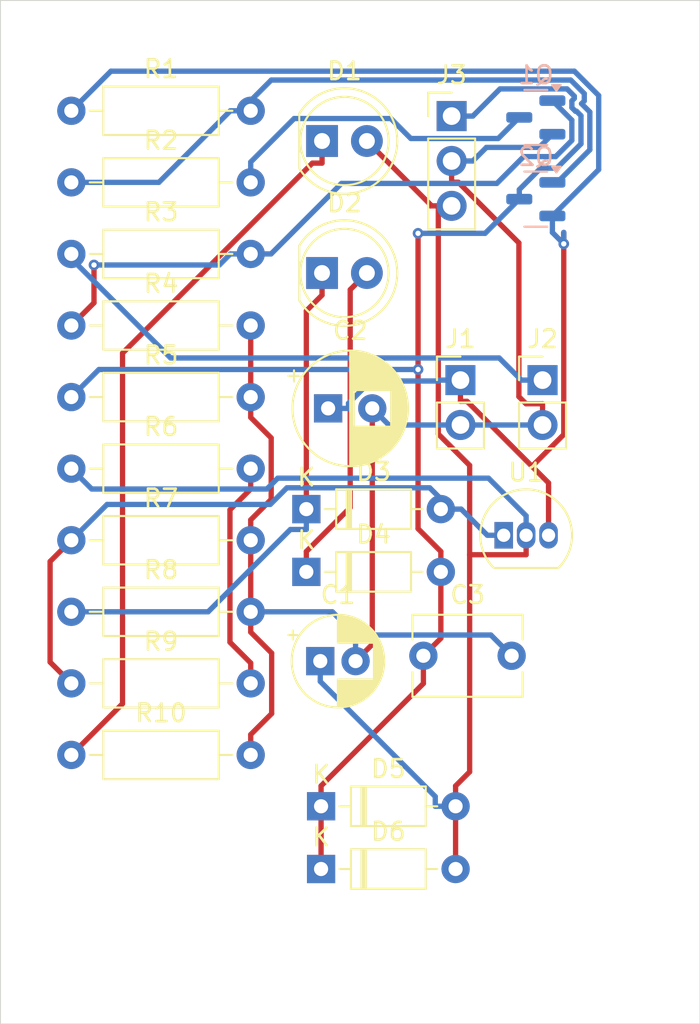
<source format=kicad_pcb>
(kicad_pcb (version 20241229) (generator "pcbnew") (generator_version "9.0")
  (layers (0 "F.Cu" signal) (2 "B.Cu" signal) (5 "F.SilkS" user "F.Silkscreen") (7 "B.SilkS" user "B.Silkscreen") (3 "B.Mask" user) (25 "Edge.Cuts" user))
  (net 0 "")
  (net 1 "Net-(D1-A)")
  (net 2 "GND")
  (net 3 "Net-(J1-Pin_1)")
  (net 4 "Net-(D4-A)")
  (net 5 "Net-(D1-K)")
  (net 6 "Net-(D2-K)")
  (net 7 "Net-(D2-A)")
  (net 8 "Net-(Q1-C)")
  (net 9 "Net-(D3-A)")
  (net 10 "Net-(J2-Pin_1)")
  (net 11 "Net-(Q1-B)")
  (net 12 "Net-(Q2-G)")
  (net 13 "Net-(R6-Pad2)")
  (footprint "Resistor_THT:R_Axial_DIN0207_L6.3mm_D2.5mm_P10.16mm_Horizontal" (layer "F.Cu") (at 18.24 48.31)
    (property "Reference" "R8" (at 5.08 -2.37 0) (layer "F.SilkS"))
    (property "Value" "3.3K")
    (pad "1" thru_hole circle (at 0 0) (size 1.6 1.6) (drill 0.8) (layers "*.Cu" "*.Mask") (net 6 "Net-(D2-K)"))
    (pad "2" thru_hole oval (at 10.16 0) (size 1.6 1.6) (drill 0.8) (layers "*.Cu" "*.Mask") (net 2 "GND"))
  )
  (footprint "Capacitor_THT:CP_Radial_D5.0mm_P2.00mm" (layer "F.Cu") (at 32.3398 51.1)
    (property "Reference" "C1" (at 1 -3.75 0) (layer "F.SilkS"))
    (property "Value" "4.7uF 25V")
    (pad "1" thru_hole rect (at 0 0) (size 1.6 1.6) (drill 0.8) (layers "*.Cu" "*.Mask") (net 1 "Net-(D1-A)"))
    (pad "2" thru_hole circle (at 2 0) (size 1.6 1.6) (drill 0.8) (layers "*.Cu" "*.Mask") (net 2 "GND"))
  )
  (footprint "Resistor_THT:R_Axial_DIN0207_L6.3mm_D2.5mm_P10.16mm_Horizontal" (layer "F.Cu") (at 18.24 56.41)
    (property "Reference" "R10" (at 5.08 -2.37 0) (layer "F.SilkS"))
    (property "Value" "820")
    (pad "1" thru_hole circle (at 0 0) (size 1.6 1.6) (drill 0.8) (layers "*.Cu" "*.Mask") (net 5 "Net-(D1-K)"))
    (pad "2" thru_hole oval (at 10.16 0) (size 1.6 1.6) (drill 0.8) (layers "*.Cu" "*.Mask") (net 2 "GND"))
  )
  (footprint "Resistor_THT:R_Axial_DIN0207_L6.3mm_D2.5mm_P10.16mm_Horizontal" (layer "F.Cu") (at 18.24 44.26)
    (property "Reference" "R7" (at 5.08 -2.37 0) (layer "F.SilkS"))
    (property "Value" "820")
    (pad "1" thru_hole circle (at 0 0) (size 1.6 1.6) (drill 0.8) (layers "*.Cu" "*.Mask") (net 9 "Net-(D3-A)"))
    (pad "2" thru_hole oval (at 10.16 0) (size 1.6 1.6) (drill 0.8) (layers "*.Cu" "*.Mask") (net 2 "GND"))
  )
  (footprint "Resistor_THT:R_Axial_DIN0207_L6.3mm_D2.5mm_P10.16mm_Horizontal" (layer "F.Cu") (at 18.24 28.06)
    (property "Reference" "R3" (at 5.08 -2.37 0) (layer "F.SilkS"))
    (property "Value" "3.3K")
    (pad "1" thru_hole circle (at 0 0) (size 1.6 1.6) (drill 0.8) (layers "*.Cu" "*.Mask") (net 10 "Net-(J2-Pin_1)"))
    (pad "2" thru_hole oval (at 10.16 0) (size 1.6 1.6) (drill 0.8) (layers "*.Cu" "*.Mask") (net 11 "Net-(Q1-B)"))
  )
  (footprint "Resistor_THT:R_Axial_DIN0207_L6.3mm_D2.5mm_P10.16mm_Horizontal" (layer "F.Cu") (at 18.24 32.11)
    (property "Reference" "R4" (at 5.08 -2.37 0) (layer "F.SilkS"))
    (property "Value" "2.7K")
    (pad "1" thru_hole circle (at 0 0) (size 1.6 1.6) (drill 0.8) (layers "*.Cu" "*.Mask") (net 11 "Net-(Q1-B)"))
    (pad "2" thru_hole oval (at 10.16 0) (size 1.6 1.6) (drill 0.8) (layers "*.Cu" "*.Mask") (net 2 "GND"))
  )
  (footprint "Resistor_THT:R_Axial_DIN0207_L6.3mm_D2.5mm_P10.16mm_Horizontal" (layer "F.Cu") (at 18.24 19.96)
    (property "Reference" "R1" (at 5.08 -2.37 0) (layer "F.SilkS"))
    (property "Value" "2.7K")
    (pad "1" thru_hole circle (at 0 0) (size 1.6 1.6) (drill 0.8) (layers "*.Cu" "*.Mask") (net 3 "Net-(J1-Pin_1)"))
    (pad "2" thru_hole oval (at 10.16 0) (size 1.6 1.6) (drill 0.8) (layers "*.Cu" "*.Mask") (net 12 "Net-(Q2-G)"))
  )
  (footprint "Connector_PinHeader_2.54mm:PinHeader_1x02_P2.54mm_Vertical" (layer "F.Cu") (at 44.93 35.2)
    (property "Reference" "J2" (at 0 -2.33 0) (layer "F.SilkS"))
    (property "Value" "Prog_EN")
    (pad "1" thru_hole rect (at 0 0) (size 1.7 1.7) (drill 1) (layers "*.Cu" "*.Mask") (net 10 "Net-(J2-Pin_1)"))
    (pad "2" thru_hole oval (at 0 2.54) (size 1.7 1.7) (drill 1) (layers "*.Cu" "*.Mask") (net 2 "GND"))
  )
  (footprint "LED_THT:LED_D5.0mm" (layer "F.Cu") (at 32.44 29.14)
    (property "Reference" "D2" (at 1.27 -3.96 0) (layer "F.SilkS"))
    (property "Value" "Prog_Ind")
    (pad "1" thru_hole rect (at 0 0) (size 1.8 1.8) (drill 0.9) (layers "*.Cu" "*.Mask") (net 6 "Net-(D2-K)"))
    (pad "2" thru_hole circle (at 2.54 0) (size 1.8 1.8) (drill 0.9) (layers "*.Cu" "*.Mask") (net 7 "Net-(D2-A)"))
  )
  (footprint "Connector_PinHeader_2.54mm:PinHeader_1x02_P2.54mm_Vertical" (layer "F.Cu") (at 40.28 35.2)
    (property "Reference" "J1" (at 0 -2.33 0) (layer "F.SilkS"))
    (property "Value" "13Vdc_In")
    (pad "1" thru_hole rect (at 0 0) (size 1.7 1.7) (drill 1) (layers "*.Cu" "*.Mask") (net 3 "Net-(J1-Pin_1)"))
    (pad "2" thru_hole oval (at 0 2.54) (size 1.7 1.7) (drill 1) (layers "*.Cu" "*.Mask") (net 2 "GND"))
  )
  (footprint "Capacitor_THT:CP_Radial_D6.3mm_P2.50mm" (layer "F.Cu") (at 32.7852 36.8)
    (property "Reference" "C2" (at 1.25 -4.4 0) (layer "F.SilkS"))
    (property "Value" "100uF 16V")
    (pad "1" thru_hole rect (at 0 0) (size 1.6 1.6) (drill 0.8) (layers "*.Cu" "*.Mask") (net 3 "Net-(J1-Pin_1)"))
    (pad "2" thru_hole circle (at 2.5 0) (size 1.6 1.6) (drill 0.8) (layers "*.Cu" "*.Mask") (net 2 "GND"))
  )
  (footprint "Package_TO_SOT_THT:TO-92_Inline" (layer "F.Cu") (at 42.73 43.98)
    (property "Reference" "U1" (at 1.27 -3.56 0) (layer "F.SilkS"))
    (property "Value" "LM317L_TO92")
    (pad "1" thru_hole rect (at 0 0) (size 1.05 1.5) (drill 0.75) (layers "*.Cu" "*.Mask") (net 9 "Net-(D3-A)"))
    (pad "2" thru_hole oval (at 1.27 0) (size 1.05 1.5) (drill 0.75) (layers "*.Cu" "*.Mask") (net 1 "Net-(D1-A)"))
    (pad "3" thru_hole oval (at 2.54 0) (size 1.05 1.5) (drill 0.75) (layers "*.Cu" "*.Mask") (net 3 "Net-(J1-Pin_1)"))
  )
  (footprint "Resistor_THT:R_Axial_DIN0207_L6.3mm_D2.5mm_P10.16mm_Horizontal" (layer "F.Cu") (at 18.24 36.16)
    (property "Reference" "R5" (at 5.08 -2.37 0) (layer "F.SilkS"))
    (property "Value" "2.7K")
    (pad "1" thru_hole circle (at 0 0) (size 1.6 1.6) (drill 0.8) (layers "*.Cu" "*.Mask") (net 4 "Net-(D4-A)"))
    (pad "2" thru_hole oval (at 10.16 0) (size 1.6 1.6) (drill 0.8) (layers "*.Cu" "*.Mask") (net 2 "GND"))
  )
  (footprint "LED_THT:LED_D5.0mm" (layer "F.Cu") (at 32.44 21.67)
    (property "Reference" "D1" (at 1.27 -3.96 0) (layer "F.SilkS"))
    (property "Value" "Power_Ind")
    (pad "1" thru_hole rect (at 0 0) (size 1.8 1.8) (drill 0.9) (layers "*.Cu" "*.Mask") (net 5 "Net-(D1-K)"))
    (pad "2" thru_hole circle (at 2.54 0) (size 1.8 1.8) (drill 0.9) (layers "*.Cu" "*.Mask") (net 1 "Net-(D1-A)"))
  )
  (footprint "Diode_THT:D_DO-35_SOD27_P7.62mm_Horizontal" (layer "F.Cu") (at 31.55 42.5)
    (property "Reference" "D3" (at 3.81 -2.12 0) (layer "F.SilkS"))
    (property "Value" "1N4148")
    (fp_text user "K" (at 0 -1.8 0) (layer "F.SilkS"))
    (pad "1" thru_hole rect (at 0 0) (size 1.6 1.6) (drill 0.8) (layers "*.Cu" "*.Mask") (net 6 "Net-(D2-K)"))
    (pad "2" thru_hole oval (at 7.62 0) (size 1.6 1.6) (drill 0.8) (layers "*.Cu" "*.Mask") (net 9 "Net-(D3-A)"))
  )
  (footprint "Resistor_THT:R_Axial_DIN0207_L6.3mm_D2.5mm_P10.16mm_Horizontal" (layer "F.Cu") (at 18.24 24.01)
    (property "Reference" "R2" (at 5.08 -2.37 0) (layer "F.SilkS"))
    (property "Value" "3.3K")
    (pad "1" thru_hole circle (at 0 0) (size 1.6 1.6) (drill 0.8) (layers "*.Cu" "*.Mask") (net 12 "Net-(Q2-G)"))
    (pad "2" thru_hole oval (at 10.16 0) (size 1.6 1.6) (drill 0.8) (layers "*.Cu" "*.Mask") (net 8 "Net-(Q1-C)"))
  )
  (footprint "Connector_PinHeader_2.54mm:PinHeader_1x03_P2.54mm_Vertical" (layer "F.Cu") (at 39.78 20.26)
    (property "Reference" "J3" (at 0 -2.33 0) (layer "F.SilkS"))
    (property "Value" "Vpp_Vcc_Out")
    (pad "1" thru_hole rect (at 0 0) (size 1.7 1.7) (drill 1) (layers "*.Cu" "*.Mask") (net 4 "Net-(D4-A)"))
    (pad "2" thru_hole oval (at 0 2.54) (size 1.7 1.7) (drill 1) (layers "*.Cu" "*.Mask") (net 2 "GND"))
    (pad "3" thru_hole oval (at 0 5.08) (size 1.7 1.7) (drill 1) (layers "*.Cu" "*.Mask") (net 1 "Net-(D1-A)"))
  )
  (footprint "Resistor_THT:R_Axial_DIN0207_L6.3mm_D2.5mm_P10.16mm_Horizontal" (layer "F.Cu") (at 18.24 52.36)
    (property "Reference" "R9" (at 5.08 -2.37 0) (layer "F.SilkS"))
    (property "Value" "6.8")
    (pad "1" thru_hole circle (at 0 0) (size 1.6 1.6) (drill 0.8) (layers "*.Cu" "*.Mask") (net 9 "Net-(D3-A)"))
    (pad "2" thru_hole oval (at 10.16 0) (size 1.6 1.6) (drill 0.8) (layers "*.Cu" "*.Mask") (net 13 "Net-(R6-Pad2)"))
  )
  (footprint "Diode_THT:D_DO-35_SOD27_P7.62mm_Horizontal" (layer "F.Cu") (at 31.55 46.05)
    (property "Reference" "D4" (at 3.81 -2.12 0) (layer "F.SilkS"))
    (property "Value" "1N4148")
    (fp_text user "K" (at 0 -1.8 0) (layer "F.SilkS"))
    (pad "1" thru_hole rect (at 0 0) (size 1.6 1.6) (drill 0.8) (layers "*.Cu" "*.Mask") (net 7 "Net-(D2-A)"))
    (pad "2" thru_hole oval (at 7.62 0) (size 1.6 1.6) (drill 0.8) (layers "*.Cu" "*.Mask") (net 4 "Net-(D4-A)"))
  )
  (footprint "Diode_THT:D_DO-35_SOD27_P7.62mm_Horizontal" (layer "F.Cu") (at 32.385 59.315)
    (property "Reference" "D5" (at 3.81 -2.12 0) (layer "F.SilkS"))
    (property "Value" "1N60")
    (fp_text user "K" (at 0 -1.8 0) (layer "F.SilkS"))
    (pad "1" thru_hole rect (at 0 0) (size 1.6 1.6) (drill 0.8) (layers "*.Cu" "*.Mask") (net 4 "Net-(D4-A)"))
    (pad "2" thru_hole oval (at 7.62 0) (size 1.6 1.6) (drill 0.8) (layers "*.Cu" "*.Mask") (net 1 "Net-(D1-A)"))
  )
  (footprint "Capacitor_THT:C_Disc_D6.0mm_W4.4mm_P5.00mm" (layer "F.Cu") (at 38.18 50.8)
    (property "Reference" "C3" (at 2.5 -3.45 0) (layer "F.SilkS"))
    (property "Value" "0.22uF 50V")
    (pad "1" thru_hole circle (at 0 0) (size 1.6 1.6) (drill 0.8) (layers "*.Cu" "*.Mask") (net 4 "Net-(D4-A)"))
    (pad "2" thru_hole circle (at 5 0) (size 1.6 1.6) (drill 0.8) (layers "*.Cu" "*.Mask") (net 2 "GND"))
  )
  (footprint "Diode_THT:D_DO-35_SOD27_P7.62mm_Horizontal" (layer "F.Cu") (at 32.385 62.865)
    (property "Reference" "D6" (at 3.81 -2.12 0) (layer "F.SilkS"))
    (property "Value" "1N60")
    (fp_text user "K" (at 0 -1.8 0) (layer "F.SilkS"))
    (pad "1" thru_hole rect (at 0 0) (size 1.6 1.6) (drill 0.8) (layers "*.Cu" "*.Mask") (net 4 "Net-(D4-A)"))
    (pad "2" thru_hole oval (at 7.62 0) (size 1.6 1.6) (drill 0.8) (layers "*.Cu" "*.Mask") (net 1 "Net-(D1-A)"))
  )
  (footprint "Resistor_THT:R_Axial_DIN0207_L6.3mm_D2.5mm_P10.16mm_Horizontal" (layer "F.Cu") (at 18.24 40.21)
    (property "Reference" "R6" (at 5.08 -2.37 0) (layer "F.SilkS"))
    (property "Value" "220")
    (pad "1" thru_hole circle (at 0 0) (size 1.6 1.6) (drill 0.8) (layers "*.Cu" "*.Mask") (net 1 "Net-(D1-A)"))
    (pad "2" thru_hole oval (at 10.16 0) (size 1.6 1.6) (drill 0.8) (layers "*.Cu" "*.Mask") (net 13 "Net-(R6-Pad2)"))
  )
  (footprint "Package_TO_SOT_SMD:SOT-23" (layer "B.Cu") (at 44.55 20.335 180)
    (property "Reference" "Q1" (at 0 2.4 0) (layer "B.SilkS") (effects (justify mirror)))
    (property "Value" "SST3904")
    (pad "1" smd roundrect (at -0.9375 0.95 180) (size 1.475 0.6) (layers "B.Cu" "B.Mask" "B.Paste") (net 11 "Net-(Q1-B)"))
    (pad "2" smd roundrect (at -0.9375 -0.95 180) (size 1.475 0.6) (layers "B.Cu" "B.Mask" "B.Paste") (net 2 "GND"))
    (pad "3" smd roundrect (at 0.9375 0 180) (size 1.475 0.6) (layers "B.Cu" "B.Mask" "B.Paste") (net 8 "Net-(Q1-C)"))
  )
  (footprint "Package_TO_SOT_SMD:SOT-23" (layer "B.Cu") (at 44.55 24.96 180)
    (property "Reference" "Q2" (at 0 2.4 0) (layer "B.SilkS") (effects (justify mirror)))
    (property "Value" "TM2301GN")
    (pad "1" smd roundrect (at -0.9375 0.95 180) (size 1.475 0.6) (layers "B.Cu" "B.Mask" "B.Paste") (net 12 "Net-(Q2-G)"))
    (pad "2" smd roundrect (at -0.9375 -0.95 180) (size 1.475 0.6) (layers "B.Cu" "B.Mask" "B.Paste") (net 3 "Net-(J1-Pin_1)"))
    (pad "3" smd roundrect (at 0.9375 0 180) (size 1.475 0.6) (layers "B.Cu" "B.Mask" "B.Paste") (net 4 "Net-(D4-A)"))
  )
  (gr_rect (start 14.224 13.716) (end 53.848 71.628) (stroke (width 0.05)) (fill no) (layer "Edge.Cuts"))
  (segment (start 44 45.0817) (end 40.8014 45.0817) (width 0.3) (layer "F.Cu") (net 1))
  (segment (start 40.8014 40.0265) (end 40.8014 45.0817) (width 0.3) (layer "F.Cu") (net 1))
  (segment (start 39.1792 25.34) (end 39.0257 25.4935) (width 0.3) (layer "F.Cu") (net 1))
  (segment (start 39.0257 38.2508) (end 40.8014 40.0265) (width 0.3) (layer "F.Cu") (net 1))
  (segment (start 40.8014 57.3669) (end 40.005 58.1633) (width 0.3) (layer "F.Cu") (net 1))
  (segment (start 34.98 21.67) (end 38.5783 25.2683) (width 0.3) (layer "F.Cu") (net 1))
  (segment (start 40.005 62.865) (end 40.005 59.315) (width 0.3) (layer "F.Cu") (net 1))
  (segment (start 44 43.98) (end 44 45.0817) (width 0.3) (layer "F.Cu") (net 1))
  (segment (start 38.5783 25.2683) (end 38.5783 25.34) (width 0.3) (layer "F.Cu") (net 1))
  (segment (start 39.1792 25.34) (end 38.5783 25.34) (width 0.3) (layer "F.Cu") (net 1))
  (segment (start 40.8014 45.0817) (end 40.8014 57.3669) (width 0.3) (layer "F.Cu") (net 1))
  (segment (start 39.0257 25.4935) (end 39.0257 38.2508) (width 0.3) (layer "F.Cu") (net 1))
  (segment (start 39.78 25.34) (end 39.1792 25.34) (width 0.3) (layer "F.Cu") (net 1))
  (segment (start 40.005 59.315) (end 40.005 58.1633) (width 0.3) (layer "F.Cu") (net 1))
  (segment (start 32.3398 52.2517) (end 38.8533 58.7652) (width 0.3) (layer "B.Cu") (net 1))
  (segment (start 18.24 40.21) (end 19.3933 41.3633) (width 0.3) (layer "B.Cu") (net 1))
  (segment (start 41.87 40.7483) (end 44 42.8783) (width 0.3) (layer "B.Cu") (net 1))
  (segment (start 38.8533 58.7652) (end 38.8533 59.315) (width 0.3) (layer "B.Cu") (net 1))
  (segment (start 40.005 59.315) (end 38.8533 59.315) (width 0.3) (layer "B.Cu") (net 1))
  (segment (start 19.3933 41.3633) (end 29.3165 41.3633) (width 0.3) (layer "B.Cu") (net 1))
  (segment (start 29.3165 41.3633) (end 29.9315 40.7483) (width 0.3) (layer "B.Cu") (net 1))
  (segment (start 32.3398 51.1) (end 32.3398 52.2517) (width 0.3) (layer "B.Cu") (net 1))
  (segment (start 44 43.98) (end 44 42.8783) (width 0.3) (layer "B.Cu") (net 1))
  (segment (start 29.9315 40.7483) (end 41.87 40.7483) (width 0.3) (layer "B.Cu") (net 1))
  (segment (start 39.78 22.8) (end 39.78 24.0017) (width 0.3) (layer "F.Cu") (net 2))
  (segment (start 43.5902 36.1363) (end 43.9922 36.5383) (width 0.3) (layer "F.Cu") (net 2))
  (segment (start 28.4 32.11) (end 28.4 36.16) (width 0.3) (layer "F.Cu") (net 2))
  (segment (start 44.93 37.74) (end 44.93 36.5383) (width 0.3) (layer "F.Cu") (net 2))
  (segment (start 29.5598 41.9485) (end 28.4 43.1083) (width 0.3) (layer "F.Cu") (net 2))
  (segment (start 29.5874 50.6491) (end 28.4 49.4617) (width 0.3) (layer "F.Cu") (net 2))
  (segment (start 40.1555 24.0017) (end 43.5902 27.4364) (width 0.3) (layer "F.Cu") (net 2))
  (segment (start 35.2852 50.1546) (end 35.2852 36.8) (width 0.3) (layer "F.Cu") (net 2))
  (segment (start 29.5598 38.4715) (end 29.5598 41.9485) (width 0.3) (layer "F.Cu") (net 2))
  (segment (start 34.3398 51.1) (end 35.2852 50.1546) (width 0.3) (layer "F.Cu") (net 2))
  (segment (start 28.4 55.2583) (end 29.5874 54.0709) (width 0.3) (layer "F.Cu") (net 2))
  (segment (start 28.4 48.31) (end 28.4 49.4617) (width 0.3) (layer "F.Cu") (net 2))
  (segment (start 43.9922 36.5383) (end 44.93 36.5383) (width 0.3) (layer "F.Cu") (net 2))
  (segment (start 28.4 56.41) (end 28.4 55.2583) (width 0.3) (layer "F.Cu") (net 2))
  (segment (start 28.4 44.26) (end 28.4 48.31) (width 0.3) (layer "F.Cu") (net 2))
  (segment (start 28.4 37.3117) (end 29.5598 38.4715) (width 0.3) (layer "F.Cu") (net 2))
  (segment (start 28.4 36.16) (end 28.4 37.3117) (width 0.3) (layer "F.Cu") (net 2))
  (segment (start 43.5902 27.4364) (end 43.5902 36.1363) (width 0.3) (layer "F.Cu") (net 2))
  (segment (start 39.78 24.0017) (end 40.1555 24.0017) (width 0.3) (layer "F.Cu") (net 2))
  (segment (start 28.4 44.26) (end 28.4 43.1083) (width 0.3) (layer "F.Cu") (net 2))
  (segment (start 29.5874 54.0709) (end 29.5874 50.6491) (width 0.3) (layer "F.Cu") (net 2))
  (segment (start 36.2252 37.74) (end 39.0783 37.74) (width 0.3) (layer "B.Cu") (net 2))
  (segment (start 34.3398 51.1) (end 34.3398 49.6247) (width 0.3) (layer "B.Cu") (net 2))
  (segment (start 39.78 22.8) (end 40.9817 22.8) (width 0.3) (layer "B.Cu") (net 2))
  (segment (start 34.3398 49.6247) (end 33.0251 48.31) (width 0.3) (layer "B.Cu") (net 2))
  (segment (start 41.7515 22.0302) (end 40.9817 22.8) (width 0.3) (layer "B.Cu") (net 2))
  (segment (start 42.0047 49.6247) (end 34.3398 49.6247) (width 0.3) (layer "B.Cu") (net 2))
  (segment (start 45.4875 21.285) (end 44.7423 22.0302) (width 0.3) (layer "B.Cu") (net 2))
  (segment (start 33.0251 48.31) (end 28.4 48.31) (width 0.3) (layer "B.Cu") (net 2))
  (segment (start 43.18 50.8) (end 42.0047 49.6247) (width 0.3) (layer "B.Cu") (net 2))
  (segment (start 35.2852 36.8) (end 36.2252 37.74) (width 0.3) (layer "B.Cu") (net 2))
  (segment (start 44.93 37.74) (end 40.28 37.74) (width 0.3) (layer "B.Cu") (net 2))
  (segment (start 40.28 37.74) (end 39.0783 37.74) (width 0.3) (layer "B.Cu") (net 2))
  (segment (start 44.7423 22.0302) (end 41.7515 22.0302) (width 0.3) (layer "B.Cu") (net 2))
  (segment (start 44.3327 40.0789) (end 46.1317 38.2799) (width 0.3) (layer "F.Cu") (net 3))
  (segment (start 45.27 41.3426) (end 45.27 41.2806) (width 0.3) (layer "F.Cu") (net 3))
  (segment (start 44.3327 40.0789) (end 40.6555 36.4017) (width 0.3) (layer "F.Cu") (net 3))
  (segment (start 45.27 41.2806) (end 45.27 41.2186) (width 0.3) (layer "F.Cu") (net 3))
  (segment (start 45.27 43.98) (end 45.27 41.3426) (width 0.3) (layer "F.Cu") (net 3))
  (segment (start 46.1317 38.2799) (end 46.1317 27.4889) (width 0.3) (layer "F.Cu") (net 3))
  (segment (start 40.6555 36.4017) (end 40.28 36.4017) (width 0.3) (layer "F.Cu") (net 3))
  (segment (start 40.28 35.2) (end 40.28 36.4017) (width 0.3) (layer "F.Cu") (net 3))
  (segment (start 45.27 41.2186) (end 45.27 41.0162) (width 0.3) (layer "F.Cu") (net 3))
  (segment (start 45.27 41.0162) (end 44.3327 40.0789) (width 0.3) (layer "F.Cu") (net 3))
  (segment (start 46.1317 26.8447) (end 46.1317 27.4889) (width 0.3) (layer "F.Cu") (net 3))
  (segment (start 46.1317 27.4889) (end 46.1317 26.8447) (width 0.3) (layer "F.Cu") (net 3))
  (via (at 46.1317 27.4889) (size 0.6) (drill 0.3) (layers "F.Cu" "B.Cu") (net 3))
  (segment (start 45.4875 25.91) (end 48.1105 23.287) (width 0.3) (layer "B.Cu") (net 3))
  (segment (start 46.7341 17.7188) (end 20.4812 17.7188) (width 0.3) (layer "B.Cu") (net 3))
  (segment (start 46.1317 27.4889) (end 45.4875 26.8447) (width 0.3) (layer "B.Cu") (net 3))
  (segment (start 33.9369 36.8) (end 33.9369 36.5121) (width 0.3) (layer "B.Cu") (net 3))
  (segment (start 46.1317 26.8447) (end 46.1317 27.4889) (width 0.3) (layer "B.Cu") (net 3))
  (segment (start 20.4812 17.7188) (end 18.24 19.96) (width 0.3) (layer "B.Cu") (net 3))
  (segment (start 40.28 35.2) (end 39.0783 35.2) (width 0.3) (layer "B.Cu") (net 3))
  (segment (start 48.1105 23.287) (end 48.1105 19.0952) (width 0.3) (layer "B.Cu") (net 3))
  (segment (start 48.1105 19.0952) (end 46.7341 17.7188) (width 0.3) (layer "B.Cu") (net 3))
  (segment (start 32.7852 36.8) (end 33.9369 36.8) (width 0.3) (layer "B.Cu") (net 3))
  (segment (start 46.1317 27.4889) (end 46.1317 26.8447) (width 0.3) (layer "B.Cu") (net 3))
  (segment (start 45.4875 26.8447) (end 45.4875 25.91) (width 0.3) (layer "B.Cu") (net 3))
  (segment (start 39.0275 35.2508) (end 39.0783 35.2) (width 0.3) (layer "B.Cu") (net 3))
  (segment (start 35.1982 35.2508) (end 39.0275 35.2508) (width 0.3) (layer "B.Cu") (net 3))
  (segment (start 33.9369 36.5121) (end 35.1982 35.2508) (width 0.3) (layer "B.Cu") (net 3))
  (segment (start 32.385 60.7972) (end 32.385 62.865) (width 0.3) (layer "F.Cu") (net 4))
  (segment (start 37.8783 43.6066) (end 39.17 44.8983) (width 0.3) (layer "F.Cu") (net 4))
  (segment (start 32.385 59.315) (end 32.385 58.1633) (width 0.3) (layer "F.Cu") (net 4))
  (segment (start 39.17 46.05) (end 39.17 44.8983) (width 0.3) (layer "F.Cu") (net 4))
  (segment (start 37.8783 34.5991) (end 37.8783 43.6066) (width 0.3) (layer "F.Cu") (net 4))
  (segment (start 38.18 52.3683) (end 38.18 50.8) (width 0.3) (layer "F.Cu") (net 4))
  (segment (start 37.8783 26.8937) (end 37.8783 34.5991) (width 0.3) (layer "F.Cu") (net 4))
  (segment (start 32.385 58.1633) (end 38.18 52.3683) (width 0.3) (layer "F.Cu") (net 4))
  (segment (start 39.17 49.81) (end 39.17 46.05) (width 0.3) (layer "F.Cu") (net 4))
  (segment (start 38.18 50.8) (end 39.17 49.81) (width 0.3) (layer "F.Cu") (net 4))
  (segment (start 32.385 59.315) (end 32.385 60.7972) (width 0.3) (layer "F.Cu") (net 4))
  (via (at 37.8783 34.5991) (size 0.6) (drill 0.3) (layers "F.Cu" "B.Cu") (net 4))
  (via (at 37.8783 26.8937) (size 0.6) (drill 0.3) (layers "F.Cu" "B.Cu") (net 4))
  (segment (start 46.7304 19.2579) (end 46.5914 19.3969) (width 0.3) (layer "B.Cu") (net 4))
  (segment (start 39.78 20.26) (end 40.9817 20.26) (width 0.3) (layer "B.Cu") (net 4))
  (segment (start 42.5195 18.7222) (end 46.3187 18.7222) (width 0.3) (layer "B.Cu") (net 4))
  (segment (start 45.7323 23.2061) (end 44.8253 23.2061) (width 0.3) (layer "B.Cu") (net 4))
  (segment (start 19.8009 34.5991) (end 18.24 36.16) (width 0.3) (layer "B.Cu") (net 4))
  (segment (start 43.6125 24.4189) (end 43.6125 24.96) (width 0.3) (layer "B.Cu") (net 4))
  (segment (start 46.7304 19.1339) (end 46.7304 19.2579) (width 0.3) (layer "B.Cu") (net 4))
  (segment (start 46.5914 19.3969) (end 46.5914 19.7815) (width 0.3) (layer "B.Cu") (net 4))
  (segment (start 40.9817 20.26) (end 42.5195 18.7222) (width 0.3) (layer "B.Cu") (net 4))
  (segment (start 47.1071 21.8313) (end 45.7323 23.2061) (width 0.3) (layer "B.Cu") (net 4))
  (segment (start 43.6125 24.96) (end 41.6788 26.8937) (width 0.3) (layer "B.Cu") (net 4))
  (segment (start 41.6788 26.8937) (end 37.8783 26.8937) (width 0.3) (layer "B.Cu") (net 4))
  (segment (start 44.8253 23.2061) (end 43.6125 24.4189) (width 0.3) (layer "B.Cu") (net 4))
  (segment (start 37.8783 34.5991) (end 19.8009 34.5991) (width 0.3) (layer "B.Cu") (net 4))
  (segment (start 46.8571 19.9867) (end 47.1071 20.2367) (width 0.3) (layer "B.Cu") (net 4))
  (segment (start 46.5914 19.7815) (end 46.7966 19.9867) (width 0.3) (layer "B.Cu") (net 4))
  (segment (start 46.7966 19.9867) (end 46.8571 19.9867) (width 0.3) (layer "B.Cu") (net 4))
  (segment (start 47.1071 20.2367) (end 47.1071 21.8313) (width 0.3) (layer "B.Cu") (net 4))
  (segment (start 46.3187 18.7222) (end 46.7304 19.1339) (width 0.3) (layer "B.Cu") (net 4))
  (segment (start 31.8924 22.9217) (end 21.1398 33.6743) (width 0.3) (layer "F.Cu") (net 5))
  (segment (start 32.44 22.9217) (end 31.8924 22.9217) (width 0.3) (layer "F.Cu") (net 5))
  (segment (start 21.1398 33.6743) (end 21.1398 53.5102) (width 0.3) (layer "F.Cu") (net 5))
  (segment (start 21.1398 53.5102) (end 18.24 56.41) (width 0.3) (layer "F.Cu") (net 5))
  (segment (start 32.44 21.67) (end 32.44 22.9217) (width 0.3) (layer "F.Cu") (net 5))
  (segment (start 32.44 29.14) (end 32.44 30.3917) (width 0.3) (layer "F.Cu") (net 6))
  (segment (start 31.55 42.5) (end 31.55 31.2817) (width 0.3) (layer "F.Cu") (net 6))
  (segment (start 31.55 31.2817) (end 32.44 30.3917) (width 0.3) (layer "F.Cu") (net 6))
  (segment (start 30.6478 43.6517) (end 31.55 43.6517) (width 0.3) (layer "B.Cu") (net 6))
  (segment (start 25.9895 48.31) (end 30.6478 43.6517) (width 0.3) (layer "B.Cu") (net 6))
  (segment (start 18.24 48.31) (end 25.9895 48.31) (width 0.3) (layer "B.Cu") (net 6))
  (segment (start 31.55 42.5) (end 31.55 43.6517) (width 0.3) (layer "B.Cu") (net 6))
  (segment (start 31.55 46.05) (end 31.55 44.8983) (width 0.3) (layer "F.Cu") (net 7))
  (segment (start 31.55 44.8983) (end 34.0352 42.4131) (width 0.3) (layer "F.Cu") (net 7))
  (segment (start 34.0352 42.4131) (end 34.0352 30.0848) (width 0.3) (layer "F.Cu") (net 7))
  (segment (start 34.0352 30.0848) (end 34.98 29.14) (width 0.3) (layer "F.Cu") (net 7))
  (segment (start 43.6125 20.335) (end 42.419 21.5285) (width 0.3) (layer "B.Cu") (net 8))
  (segment (start 42.419 21.5285) (end 37.4675 21.5285) (width 0.3) (layer "B.Cu") (net 8))
  (segment (start 37.4675 21.5285) (end 36.3375 20.3985) (width 0.3) (layer "B.Cu") (net 8))
  (segment (start 36.3375 20.3985) (end 30.8598 20.3985) (width 0.3) (layer "B.Cu") (net 8))
  (segment (start 30.8598 20.3985) (end 28.4 22.8583) (width 0.3) (layer "B.Cu") (net 8))
  (segment (start 28.4 24.01) (end 28.4 22.8583) (width 0.3) (layer "B.Cu") (net 8))
  (segment (start 17.0366 45.4634) (end 18.24 44.26) (width 0.3) (layer "F.Cu") (net 9))
  (segment (start 18.24 52.36) (end 17.0366 51.1566) (width 0.3) (layer "F.Cu") (net 9))
  (segment (start 17.0366 51.1566) (end 17.0366 45.4634) (width 0.3) (layer "F.Cu") (net 9))
  (segment (start 38.5397 41.2938) (end 39.7459 42.5) (width 0.3) (layer "B.Cu") (net 9))
  (segment (start 41.8017 43.98) (end 40.3217 42.5) (width 0.3) (layer "B.Cu") (net 9))
  (segment (start 20.2649 42.2351) (end 29.5076 42.2351) (width 0.3) (layer "B.Cu") (net 9))
  (segment (start 42.73 43.98) (end 41.8017 43.98) (width 0.3) (layer "B.Cu") (net 9))
  (segment (start 30.4489 41.2938) (end 38.5397 41.2938) (width 0.3) (layer "B.Cu") (net 9))
  (segment (start 18.24 44.26) (end 20.2649 42.2351) (width 0.3) (layer "B.Cu") (net 9))
  (segment (start 39.7459 42.5) (end 40.3217 42.5) (width 0.3) (layer "B.Cu") (net 9))
  (segment (start 39.17 42.5) (end 39.7459 42.5) (width 0.3) (layer "B.Cu") (net 9))
  (segment (start 29.5076 42.2351) (end 30.4489 41.2938) (width 0.3) (layer "B.Cu") (net 9))
  (segment (start 44.93 35.2) (end 43.7283 35.2) (width 0.3) (layer "B.Cu") (net 10))
  (segment (start 18.24 28.3241) (end 23.8633 33.9474) (width 0.3) (layer "B.Cu") (net 10))
  (segment (start 23.8633 33.9474) (end 42.4757 33.9474) (width 0.3) (layer "B.Cu") (net 10))
  (segment (start 42.4757 33.9474) (end 43.7283 35.2) (width 0.3) (layer "B.Cu") (net 10))
  (segment (start 18.24 28.06) (end 18.24 28.3241) (width 0.3) (layer "B.Cu") (net 10))
  (segment (start 18.24 32.11) (end 19.5233 30.8267) (width 0.3) (layer "F.Cu") (net 11))
  (segment (start 19.5233 30.8267) (end 19.5233 28.6859) (width 0.3) (layer "F.Cu") (net 11))
  (via (at 19.5233 28.6859) (size 0.6) (drill 0.3) (layers "F.Cu" "B.Cu") (net 11))
  (segment (start 43.8597 22.5528) (end 42.3425 24.07) (width 0.3) (layer "B.Cu") (net 11))
  (segment (start 45.4875 19.385) (end 45.4875 19.387) (width 0.3) (layer "B.Cu") (net 11))
  (segment (start 46.5894 20.4889) (end 46.5894 21.6376) (width 0.3) (layer "B.Cu") (net 11))
  (segment (start 33.5417 24.07) (end 29.5517 28.06) (width 0.3) (layer "B.Cu") (net 11))
  (segment (start 28.4 28.06) (end 27.2483 28.06) (width 0.3) (layer "B.Cu") (net 11))
  (segment (start 46.5894 21.6376) (end 45.6742 22.5528) (width 0.3) (layer "B.Cu") (net 11))
  (segment (start 28.4 28.06) (end 29.5517 28.06) (width 0.3) (layer "B.Cu") (net 11))
  (segment (start 45.6742 22.5528) (end 43.8597 22.5528) (width 0.3) (layer "B.Cu") (net 11))
  (segment (start 42.3425 24.07) (end 33.5417 24.07) (width 0.3) (layer "B.Cu") (net 11))
  (segment (start 26.6224 28.6859) (end 27.2483 28.06) (width 0.3) (layer "B.Cu") (net 11))
  (segment (start 45.4875 19.387) (end 46.5894 20.4889) (width 0.3) (layer "B.Cu") (net 11))
  (segment (start 19.5233 28.6859) (end 26.6224 28.6859) (width 0.3) (layer "B.Cu") (net 11))
  (segment (start 47.1388 19.559) (end 47.6088 20.029) (width 0.3) (layer "B.Cu") (net 12))
  (segment (start 46.5264 18.2205) (end 47.2941 18.9882) (width 0.3) (layer "B.Cu") (net 12))
  (segment (start 28.4 19.96) (end 27.8242 19.96) (width 0.3) (layer "B.Cu") (net 12))
  (segment (start 47.1388 19.5589) (end 47.1388 19.559) (width 0.3) (layer "B.Cu") (net 12))
  (segment (start 27.8242 19.96) (end 29.5637 18.2205) (width 0.3) (layer "B.Cu") (net 12))
  (segment (start 47.6088 20.029) (end 47.6088 22.1675) (width 0.3) (layer "B.Cu") (net 12))
  (segment (start 47.6088 22.1675) (end 45.7663 24.01) (width 0.3) (layer "B.Cu") (net 12))
  (segment (start 23.1983 24.01) (end 27.2483 19.96) (width 0.3) (layer "B.Cu") (net 12))
  (segment (start 29.5637 18.2205) (end 46.5264 18.2205) (width 0.3) (layer "B.Cu") (net 12))
  (segment (start 47.2941 19.4036) (end 47.1388 19.5589) (width 0.3) (layer "B.Cu") (net 12))
  (segment (start 18.24 24.01) (end 23.1983 24.01) (width 0.3) (layer "B.Cu") (net 12))
  (segment (start 45.7663 24.01) (end 45.4875 24.01) (width 0.3) (layer "B.Cu") (net 12))
  (segment (start 27.8242 19.96) (end 27.2483 19.96) (width 0.3) (layer "B.Cu") (net 12))
  (segment (start 47.2941 18.9882) (end 47.2941 19.4036) (width 0.3) (layer "B.Cu") (net 12))
  (segment (start 27.2246 42.5371) (end 27.2246 50.0329) (width 0.3) (layer "F.Cu") (net 13))
  (segment (start 27.2246 50.0329) (end 28.4 51.2083) (width 0.3) (layer "F.Cu") (net 13))
  (segment (start 28.4 40.21) (end 28.4 41.3617) (width 0.3) (layer "F.Cu") (net 13))
  (segment (start 28.4 41.3617) (end 27.2246 42.5371) (width 0.3) (layer "F.Cu") (net 13))
  (segment (start 28.4 52.36) (end 28.4 51.2083) (width 0.3) (layer "F.Cu") (net 13))
)
</source>
